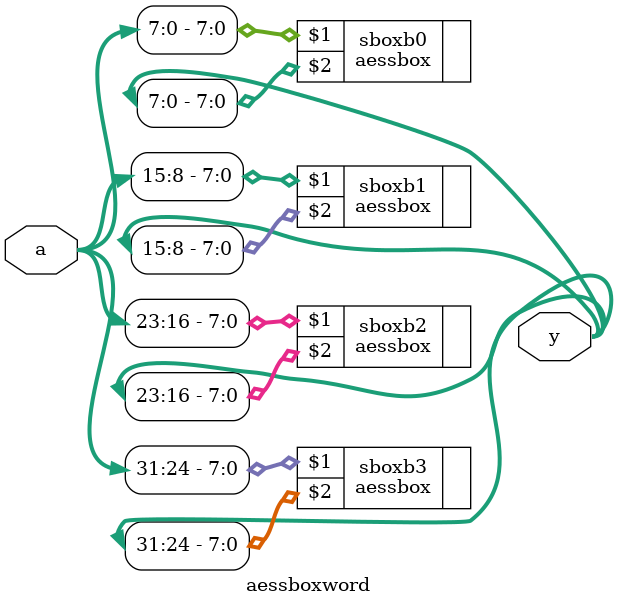
<source format=sv>

module aessboxword(
   input  logic [31:0] a, 
   output logic [31:0] y
);   
   
   // substitutions boxes for each byte of the word
   aessbox sboxb0(a[7:0],   y[7:0]);
   aessbox sboxb1(a[15:8],  y[15:8]);
   aessbox sboxb2(a[23:16], y[23:16]);	
   aessbox sboxb3(a[31:24], y[31:24]);   
endmodule

</source>
